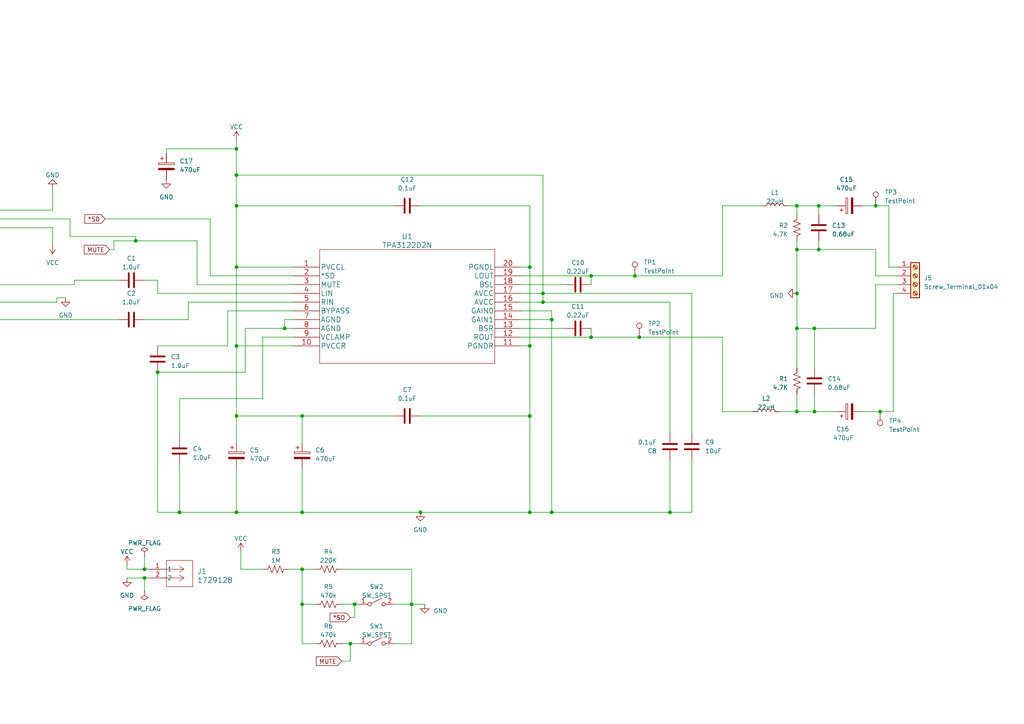
<source format=kicad_sch>
(kicad_sch (version 20230121) (generator eeschema)
  (paper "A4")
  (lib_symbols
    (symbol "2023-02-27_21-08-30:TPA3122D2N" (pin_names (offset 0.254))
      (property "Reference" "U1" (at 33.02 8.89 0))
      (property "Value" "TPA3122D2N" (at 33.02 6.35 0))
      (symbol "TPA3122D2N_1_1"
        (polyline (pts (xy 7.62 -27.94) (xy 58.42 -27.94)) (stroke (width 0.127)))
        (polyline (pts (xy 7.62 5.08) (xy 7.62 -27.94)) (stroke (width 0.127)))
        (polyline (pts (xy 58.42 -27.94) (xy 58.42 5.08)) (stroke (width 0.127)))
        (polyline (pts (xy 58.42 5.08) (xy 7.62 5.08)) (stroke (width 0.127)))
        (pin power_in line (at 0 0 0) (length 7.62) (name "PVCCL") (number "1"))
        (pin power_in line (at 0 -22.86 0) (length 7.62) (name "PVCCR") (number "10"))
        (pin power_in line (at 66.04 -22.86 180) (length 7.62) (name "PGNDR") (number "11"))
        (pin output line (at 66.04 -20.32 180) (length 7.62) (name "ROUT") (number "12"))
        (pin bidirectional line (at 66.04 -17.78 180) (length 7.62) (name "BSR") (number "13"))
        (pin input line (at 66.04 -15.24 180) (length 7.62) (name "GAIN1") (number "14"))
        (pin input line (at 66.04 -12.7 180) (length 7.62) (name "GAIN0") (number "15"))
        (pin power_in line (at 66.04 -10.16 180) (length 7.62) (name "AVCC") (number "16"))
        (pin power_in line (at 66.04 -7.62 180) (length 7.62) (name "AVCC") (number "17"))
        (pin bidirectional line (at 66.04 -5.08 180) (length 7.62) (name "BSL") (number "18"))
        (pin output line (at 66.04 -2.54 180) (length 7.62) (name "LOUT") (number "19"))
        (pin input line (at 0 -2.54 0) (length 7.62) (name "*SD") (number "2"))
        (pin power_in line (at 66.04 0 180) (length 7.62) (name "PGNDL") (number "20"))
        (pin input line (at 0 -5.08 0) (length 7.62) (name "MUTE") (number "3"))
        (pin input line (at 0 -7.62 0) (length 7.62) (name "LIN") (number "4"))
        (pin input line (at 0 -10.16 0) (length 7.62) (name "RIN") (number "5"))
        (pin output line (at 0 -12.7 0) (length 7.62) (name "BYPASS") (number "6"))
        (pin power_in line (at 0 -15.24 0) (length 7.62) (name "AGND") (number "7"))
        (pin power_in line (at 0 -17.78 0) (length 7.62) (name "AGND") (number "8"))
        (pin power_in line (at 0 -20.32 0) (length 7.62) (name "VCLAMP") (number "9"))
      )
    )
    (symbol "2023-02-28_14-01-57:1729128" (pin_names (offset 0.254))
      (property "Reference" "J" (at 8.89 6.35 0))
      (property "Value" "1729128" (at 0 0 0))
      (symbol "1729128_1_1"
        (polyline (pts (xy 5.08 -5.08) (xy 12.7 -5.08)) (stroke (width 0.127)))
        (polyline (pts (xy 5.08 2.54) (xy 5.08 -5.08)) (stroke (width 0.127)))
        (polyline (pts (xy 10.16 -2.54) (xy 5.08 -2.54)) (stroke (width 0.127)))
        (polyline (pts (xy 10.16 -2.54) (xy 8.89 -3.3867)) (stroke (width 0.127)))
        (polyline (pts (xy 10.16 -2.54) (xy 8.89 -1.6933)) (stroke (width 0.127)))
        (polyline (pts (xy 10.16 0) (xy 5.08 0)) (stroke (width 0.127)))
        (polyline (pts (xy 10.16 0) (xy 8.89 -0.8467)) (stroke (width 0.127)))
        (polyline (pts (xy 10.16 0) (xy 8.89 0.8467)) (stroke (width 0.127)))
        (polyline (pts (xy 12.7 -5.08) (xy 12.7 2.54)) (stroke (width 0.127)))
        (polyline (pts (xy 12.7 2.54) (xy 5.08 2.54)) (stroke (width 0.127)))
        (pin unspecified line (at 0 0 0) (length 5.08) (name "1") (number "1"))
        (pin unspecified line (at 0 -2.54 0) (length 5.08) (name "2") (number "2"))
      )
      (symbol "1729128_1_2"
        (polyline (pts (xy 5.08 -5.08) (xy 12.7 -5.08)) (stroke (width 0.127)))
        (polyline (pts (xy 5.08 2.54) (xy 5.08 -5.08)) (stroke (width 0.127)))
        (polyline (pts (xy 7.62 -2.54) (xy 5.08 -2.54)) (stroke (width 0.127)))
        (polyline (pts (xy 7.62 -2.54) (xy 8.89 -3.3867)) (stroke (width 0.127)))
        (polyline (pts (xy 7.62 -2.54) (xy 8.89 -1.6933)) (stroke (width 0.127)))
        (polyline (pts (xy 7.62 0) (xy 5.08 0)) (stroke (width 0.127)))
        (polyline (pts (xy 7.62 0) (xy 8.89 -0.8467)) (stroke (width 0.127)))
        (polyline (pts (xy 7.62 0) (xy 8.89 0.8467)) (stroke (width 0.127)))
        (polyline (pts (xy 12.7 -5.08) (xy 12.7 2.54)) (stroke (width 0.127)))
        (polyline (pts (xy 12.7 2.54) (xy 5.08 2.54)) (stroke (width 0.127)))
        (pin unspecified line (at 0 0 0) (length 5.08) (name "1") (number "1"))
        (pin unspecified line (at 0 -2.54 0) (length 5.08) (name "2") (number "2"))
      )
    )
    (symbol "Connector:Screw_Terminal_01x04" (pin_names (offset 1.016) hide)
      (property "Reference" "J" (at 0 5.08 0))
      (property "Value" "Screw_Terminal_01x04" (at 0 -7.62 0))
      (symbol "Screw_Terminal_01x04_1_1"
        (rectangle (start -1.27 3.81) (end 1.27 -6.35) (stroke (width 0.254)) (fill (type background)))
        (circle (center 0 -5.08) (radius 0.635) (stroke (width 0.1524)))
        (circle (center 0 -2.54) (radius 0.635) (stroke (width 0.1524)))
        (polyline (pts (xy -0.5334 -4.7498) (xy 0.3302 -5.588)) (stroke (width 0.1524)))
        (polyline (pts (xy -0.5334 -2.2098) (xy 0.3302 -3.048)) (stroke (width 0.1524)))
        (polyline (pts (xy -0.5334 0.3302) (xy 0.3302 -0.508)) (stroke (width 0.1524)))
        (polyline (pts (xy -0.5334 2.8702) (xy 0.3302 2.032)) (stroke (width 0.1524)))
        (polyline (pts (xy -0.3556 -4.572) (xy 0.508 -5.4102)) (stroke (width 0.1524)))
        (polyline (pts (xy -0.3556 -2.032) (xy 0.508 -2.8702)) (stroke (width 0.1524)))
        (polyline (pts (xy -0.3556 0.508) (xy 0.508 -0.3302)) (stroke (width 0.1524)))
        (polyline (pts (xy -0.3556 3.048) (xy 0.508 2.2098)) (stroke (width 0.1524)))
        (circle (center 0 0) (radius 0.635) (stroke (width 0.1524)))
        (circle (center 0 2.54) (radius 0.635) (stroke (width 0.1524)))
        (pin passive line (at -5.08 2.54 0) (length 3.81) (name "Pin_1") (number "1"))
        (pin passive line (at -5.08 0 0) (length 3.81) (name "Pin_2") (number "2"))
        (pin passive line (at -5.08 -2.54 0) (length 3.81) (name "Pin_3") (number "3"))
        (pin passive line (at -5.08 -5.08 0) (length 3.81) (name "Pin_4") (number "4"))
      )
    )
    (symbol "Connector:TestPoint" (pin_numbers hide) (pin_names (offset 0.762) hide)
      (property "Reference" "TP" (at 0 6.858 0))
      (property "Value" "TestPoint" (at 0 5.08 0))
      (symbol "TestPoint_0_1"
        (circle (center 0 3.302) (radius 0.762))
      )
      (symbol "TestPoint_1_1"
        (pin passive line (at 0 0 90) (length 2.54) (name "1") (number "1"))
      )
    )
    (symbol "Device:C" (pin_numbers hide) (pin_names (offset 0.254))
      (property "Reference" "C" (at 0.635 2.54 0))
      (property "Value" "C" (at 0.635 -2.54 0))
      (symbol "C_0_1"
        (polyline (pts (xy -2.032 -0.762) (xy 2.032 -0.762)) (stroke (width 0.508)))
        (polyline (pts (xy -2.032 0.762) (xy 2.032 0.762)) (stroke (width 0.508)))
      )
      (symbol "C_1_1"
        (pin passive line (at 0 3.81 270) (length 2.794) (name "~") (number "1"))
        (pin passive line (at 0 -3.81 90) (length 2.794) (name "~") (number "2"))
      )
    )
    (symbol "Device:C_Polarized" (pin_numbers hide) (pin_names (offset 0.254))
      (property "Reference" "C" (at 0.635 2.54 0))
      (property "Value" "C_Polarized" (at 0.635 -2.54 0))
      (symbol "C_Polarized_0_1"
        (rectangle (start -2.286 0.508) (end 2.286 1.016))
        (polyline (pts (xy -1.778 2.286) (xy -0.762 2.286)))
        (polyline (pts (xy -1.27 2.794) (xy -1.27 1.778)))
        (rectangle (start 2.286 -0.508) (end -2.286 -1.016) (fill (type outline)))
      )
      (symbol "C_Polarized_1_1"
        (pin passive line (at 0 3.81 270) (length 2.794) (name "~") (number "1"))
        (pin passive line (at 0 -3.81 90) (length 2.794) (name "~") (number "2"))
      )
    )
    (symbol "Device:L" (pin_numbers hide) (pin_names (offset 1.016) hide)
      (property "Reference" "L" (at -1.27 0 90))
      (property "Value" "L" (at 1.905 0 90))
      (symbol "L_0_1"
        (arc (start 0 -2.54) (mid 0.6323 -1.905) (end 0 -1.27))
        (arc (start 0 -1.27) (mid 0.6323 -0.635) (end 0 0))
        (arc (start 0 0) (mid 0.6323 0.635) (end 0 1.27))
        (arc (start 0 1.27) (mid 0.6323 1.905) (end 0 2.54))
      )
      (symbol "L_1_1"
        (pin passive line (at 0 3.81 270) (length 1.27) (name "1") (number "1"))
        (pin passive line (at 0 -3.81 90) (length 1.27) (name "2") (number "2"))
      )
    )
    (symbol "Device:R_US" (pin_numbers hide) (pin_names (offset 0))
      (property "Reference" "R" (at 2.54 0 90))
      (property "Value" "R_US" (at -2.54 0 90))
      (symbol "R_US_0_1"
        (polyline (pts (xy 0 -2.286) (xy 0 -2.54)))
        (polyline (pts (xy 0 2.286) (xy 0 2.54)))
        (polyline (pts (xy 0 -0.762) (xy 1.016 -1.143) (xy 0 -1.524) (xy -1.016 -1.905) (xy 0 -2.286)))
        (polyline (pts (xy 0 0.762) (xy 1.016 0.381) (xy 0 0) (xy -1.016 -0.381) (xy 0 -0.762)))
        (polyline (pts (xy 0 2.286) (xy 1.016 1.905) (xy 0 1.524) (xy -1.016 1.143) (xy 0 0.762)))
      )
      (symbol "R_US_1_1"
        (pin passive line (at 0 3.81 270) (length 1.27) (name "~") (number "1"))
        (pin passive line (at 0 -3.81 90) (length 1.27) (name "~") (number "2"))
      )
    )
    (symbol "PDB182-K420K-104C:PDB182-K420K-104C" (pin_names (offset 0.762))
      (property "Reference" "VR" (at 19.05 7.62 0))
      (property "Value" "PDB182-K420K-104C" (at 19.05 5.08 0))
      (symbol "PDB182-K420K-104C_0_0"
        (pin passive line (at 22.86 -5.08 180) (length 5.08) (name "A1") (number "A1"))
        (pin passive line (at 22.86 -2.54 180) (length 5.08) (name "A2") (number "A2"))
        (pin passive line (at 22.86 0 180) (length 5.08) (name "A3") (number "A3"))
        (pin passive line (at 0 -5.08 0) (length 5.08) (name "B1") (number "B1"))
        (pin passive line (at 0 -2.54 0) (length 5.08) (name "B2") (number "B2"))
        (pin passive line (at 0 0 0) (length 5.08) (name "B3") (number "B3"))
      )
      (symbol "PDB182-K420K-104C_0_1"
        (polyline (pts (xy 5.08 2.54) (xy 17.78 2.54) (xy 17.78 -7.62) (xy 5.08 -7.62) (xy 5.08 2.54)) (stroke (width 0.1524)))
      )
    )
    (symbol "RCJ-2223:RCJ-2223" (pin_names (offset 1.016))
      (property "Reference" "U" (at 0 0 0))
      (property "Value" "RCJ-2223" (at 0 0 0))
      (symbol "RCJ-2223_0_0"
        (rectangle (start -25.4 -2.1492) (end -15.24 20.7108) (stroke (width 0.254)) (fill (type background)))
        (circle (center -20.32 5.08) (radius 3.5921) (stroke (width 0.254)))
        (circle (center -20.32 15.24) (radius 3.5921) (stroke (width 0.254)))
        (polyline (pts (xy -20.32 5.08) (xy -7.62 5.08)) (stroke (width 0.254)))
        (polyline (pts (xy -20.32 7.62) (xy -20.32 10.16)) (stroke (width 0.254)))
        (polyline (pts (xy -20.32 10.16) (xy -7.62 10.16)) (stroke (width 0.254)))
        (polyline (pts (xy -20.32 12.7) (xy -20.32 10.16)) (stroke (width 0.254)))
        (polyline (pts (xy -20.32 15.24) (xy -7.62 15.24)) (stroke (width 0.254)))
        (pin bidirectional line (at -2.54 10.16 180) (length 5.08) (name "GND") (number "P$1"))
        (pin bidirectional line (at -2.54 5.08 180) (length 5.08) (name "BTM") (number "P$2"))
        (pin bidirectional line (at -2.54 15.24 180) (length 5.08) (name "TOP") (number "P$3"))
      )
    )
    (symbol "Switch:SW_SPST" (pin_names (offset 0) hide)
      (property "Reference" "SW" (at 0 3.175 0))
      (property "Value" "SW_SPST" (at 0 -2.54 0))
      (symbol "SW_SPST_0_0"
        (circle (center -2.032 0) (radius 0.508))
        (polyline (pts (xy -1.524 0.254) (xy 1.524 1.778)))
        (circle (center 2.032 0) (radius 0.508))
      )
      (symbol "SW_SPST_1_1"
        (pin passive line (at -5.08 0 0) (length 2.54) (name "A") (number "1"))
        (pin passive line (at 5.08 0 180) (length 2.54) (name "B") (number "2"))
      )
    )
    (symbol "power:GND" (power) (pin_names (offset 0))
      (property "Value" "GND" (at 0 -3.81 0))
      (symbol "GND_0_1"
        (polyline (pts (xy 0 0) (xy 0 -1.27) (xy 1.27 -1.27) (xy 0 -2.54) (xy -1.27 -1.27) (xy 0 -1.27)))
      )
      (symbol "GND_1_1"
        (pin power_in line (at 0 0 270) (length 0) hide (name "GND") (number "1"))
      )
    )
    (symbol "power:PWR_FLAG" (power) (pin_numbers hide) (pin_names (offset 0) hide)
      (property "Value" "PWR_FLAG" (at 0 3.81 0))
      (symbol "PWR_FLAG_0_0"
        (pin power_out line (at 0 0 90) (length 0) (name "pwr") (number "1"))
      )
      (symbol "PWR_FLAG_0_1"
        (polyline (pts (xy 0 0) (xy 0 1.27) (xy -1.016 1.905) (xy 0 2.54) (xy 1.016 1.905) (xy 0 1.27)))
      )
    )
    (symbol "power:VCC" (power) (pin_names (offset 0))
      (property "Value" "VCC" (at 0 3.81 0))
      (symbol "VCC_0_1"
        (polyline (pts (xy -0.762 1.27) (xy 0 2.54)))
        (polyline (pts (xy 0 0) (xy 0 2.54)))
        (polyline (pts (xy 0 2.54) (xy 0.762 1.27)))
      )
      (symbol "VCC_1_1"
        (pin power_in line (at 0 0 90) (length 0) hide (name "VCC") (number "1"))
      )
    )
  )
  (junction (at 68.58 59.69))
  (junction (at 254 59.69))
  (junction (at 236.22 119.38))
  (junction (at 41.91 167.64))
  (junction (at 171.45 80.01))
  (junction (at 45.72 107.95))
  (junction (at 231.14 59.69))
  (junction (at 171.45 97.79))
  (junction (at 87.63 165.1))
  (junction (at 231.14 85.09))
  (junction (at 68.58 120.65))
  (junction (at 157.48 87.63))
  (junction (at 101.6 186.69))
  (junction (at 255.27 119.38))
  (junction (at 160.02 92.71))
  (junction (at 41.91 165.1))
  (junction (at 237.49 59.69))
  (junction (at 185.42 97.79))
  (junction (at 87.63 120.65))
  (junction (at 87.63 148.59))
  (junction (at 68.58 100.33))
  (junction (at 121.92 148.59))
  (junction (at 160.02 148.59))
  (junction (at 231.14 95.25))
  (junction (at 52.07 148.59))
  (junction (at 119.38 175.26))
  (junction (at 237.49 72.39))
  (junction (at 102.87 175.26))
  (junction (at 184.15 80.01))
  (junction (at 87.63 175.26))
  (junction (at 231.14 72.39))
  (junction (at 153.67 148.59))
  (junction (at 82.55 95.25))
  (junction (at 39.37 69.85))
  (junction (at 68.58 77.47))
  (junction (at 153.67 100.33))
  (junction (at 157.48 85.09))
  (junction (at 194.31 148.59))
  (junction (at 153.67 120.65))
  (junction (at 153.67 77.47))
  (junction (at 236.22 95.25))
  (junction (at 231.14 119.38))
  (junction (at 68.58 50.8))
  (junction (at 68.58 148.59))
  (junction (at 68.58 43.18))
  (wire (pts (xy -5.08 66.04) (xy 15.24 66.04)))
  (wire (pts (xy 228.6 59.69) (xy 231.14 59.69)))
  (wire (pts (xy 36.83 167.64) (xy 41.91 167.64)))
  (wire (pts (xy 119.38 175.26) (xy 123.19 175.26)))
  (wire (pts (xy 76.2 97.79) (xy 76.2 115.57)))
  (wire (pts (xy 52.07 148.59) (xy 68.58 148.59)))
  (wire (pts (xy 76.2 115.57) (xy 52.07 115.57)))
  (wire (pts (xy 68.58 100.33) (xy 68.58 120.65)))
  (wire (pts (xy 157.48 85.09) (xy 157.48 50.8)))
  (wire (pts (xy 209.55 97.79) (xy 209.55 119.38)))
  (wire (pts (xy 87.63 175.26) (xy 91.44 175.26)))
  (wire (pts (xy 160.02 90.17) (xy 160.02 92.71)))
  (wire (pts (xy 33.02 69.85) (xy 39.37 69.85)))
  (wire (pts (xy 87.63 148.59) (xy 121.92 148.59)))
  (wire (pts (xy 153.67 77.47) (xy 153.67 100.33)))
  (wire (pts (xy 68.58 59.69) (xy 68.58 77.47)))
  (wire (pts (xy 69.85 165.1) (xy 76.2 165.1)))
  (wire (pts (xy 254 82.55) (xy 254 95.25)))
  (wire (pts (xy 151.13 77.47) (xy 153.67 77.47)))
  (wire (pts (xy 157.48 50.8) (xy 68.58 50.8)))
  (wire (pts (xy 231.14 62.23) (xy 231.14 59.69)))
  (wire (pts (xy 45.72 85.09) (xy 45.72 81.28)))
  (wire (pts (xy 231.14 114.3) (xy 231.14 119.38)))
  (wire (pts (xy 119.38 165.1) (xy 119.38 175.26)))
  (wire (pts (xy 66.04 90.17) (xy 66.04 100.33)))
  (wire (pts (xy 45.72 148.59) (xy 52.07 148.59)))
  (wire (pts (xy 41.91 167.64) (xy 41.91 171.45)))
  (wire (pts (xy 68.58 59.69) (xy 114.3 59.69)))
  (wire (pts (xy 254 72.39) (xy 254 80.01)))
  (wire (pts (xy 68.58 148.59) (xy 87.63 148.59)))
  (wire (pts (xy 121.92 120.65) (xy 153.67 120.65)))
  (wire (pts (xy 82.55 92.71) (xy 82.55 95.25)))
  (wire (pts (xy 236.22 114.3) (xy 236.22 119.38)))
  (wire (pts (xy 260.35 82.55) (xy 254 82.55)))
  (wire (pts (xy 151.13 95.25) (xy 163.83 95.25)))
  (wire (pts (xy 57.15 82.55) (xy 57.15 69.85)))
  (wire (pts (xy 257.81 59.69) (xy 257.81 77.47)))
  (wire (pts (xy 157.48 85.09) (xy 157.48 87.63)))
  (wire (pts (xy 87.63 165.1) (xy 87.63 175.26)))
  (wire (pts (xy 21.59 82.55) (xy 21.59 81.28)))
  (wire (pts (xy 151.13 97.79) (xy 171.45 97.79)))
  (wire (pts (xy 33.02 72.39) (xy 31.75 72.39)))
  (wire (pts (xy 87.63 120.65) (xy 68.58 120.65)))
  (wire (pts (xy 45.72 100.33) (xy 66.04 100.33)))
  (wire (pts (xy 231.14 72.39) (xy 237.49 72.39)))
  (wire (pts (xy 171.45 97.79) (xy 171.45 95.25)))
  (wire (pts (xy 237.49 59.69) (xy 237.49 62.23)))
  (wire (pts (xy 66.04 90.17) (xy 85.09 90.17)))
  (wire (pts (xy 68.58 135.89) (xy 68.58 148.59)))
  (wire (pts (xy 54.61 87.63) (xy 54.61 92.71)))
  (wire (pts (xy 48.26 43.18) (xy 48.26 44.45)))
  (wire (pts (xy 121.92 148.59) (xy 153.67 148.59)))
  (wire (pts (xy 237.49 72.39) (xy 237.49 69.85)))
  (wire (pts (xy 236.22 106.68) (xy 236.22 95.25)))
  (wire (pts (xy 153.67 120.65) (xy 153.67 148.59)))
  (wire (pts (xy 236.22 119.38) (xy 242.57 119.38)))
  (wire (pts (xy 171.45 80.01) (xy 171.45 82.55)))
  (wire (pts (xy 33.02 69.85) (xy 33.02 72.39)))
  (wire (pts (xy 45.72 107.95) (xy 45.72 148.59)))
  (wire (pts (xy 71.12 95.25) (xy 71.12 107.95)))
  (wire (pts (xy 254 95.25) (xy 236.22 95.25)))
  (wire (pts (xy 45.72 81.28) (xy 41.91 81.28)))
  (wire (pts (xy 69.85 160.02) (xy 69.85 165.1)))
  (wire (pts (xy 151.13 80.01) (xy 171.45 80.01)))
  (wire (pts (xy 102.87 179.07) (xy 102.87 175.26)))
  (wire (pts (xy 231.14 95.25) (xy 231.14 106.68)))
  (wire (pts (xy 157.48 87.63) (xy 194.31 87.63)))
  (wire (pts (xy 68.58 50.8) (xy 68.58 59.69)))
  (wire (pts (xy 194.31 87.63) (xy 194.31 125.73)))
  (wire (pts (xy 231.14 59.69) (xy 237.49 59.69)))
  (wire (pts (xy 102.87 175.26) (xy 104.14 175.26)))
  (wire (pts (xy 87.63 165.1) (xy 91.44 165.1)))
  (wire (pts (xy 231.14 119.38) (xy 236.22 119.38)))
  (wire (pts (xy 151.13 100.33) (xy 153.67 100.33)))
  (wire (pts (xy 101.6 191.77) (xy 101.6 186.69)))
  (wire (pts (xy 259.08 119.38) (xy 259.08 85.09)))
  (wire (pts (xy 87.63 175.26) (xy 87.63 186.69)))
  (wire (pts (xy 160.02 92.71) (xy 160.02 148.59)))
  (wire (pts (xy 119.38 175.26) (xy 119.38 186.69)))
  (wire (pts (xy 194.31 148.59) (xy 200.66 148.59)))
  (wire (pts (xy 194.31 133.35) (xy 194.31 148.59)))
  (wire (pts (xy 209.55 59.69) (xy 220.98 59.69)))
  (wire (pts (xy 209.55 119.38) (xy 218.44 119.38)))
  (wire (pts (xy 85.09 100.33) (xy 68.58 100.33)))
  (wire (pts (xy 171.45 80.01) (xy 184.15 80.01)))
  (wire (pts (xy 15.24 54.61) (xy 15.24 60.96)))
  (wire (pts (xy 157.48 85.09) (xy 200.66 85.09)))
  (wire (pts (xy 85.09 82.55) (xy 57.15 82.55)))
  (wire (pts (xy 231.14 95.25) (xy 236.22 95.25)))
  (wire (pts (xy 87.63 186.69) (xy 91.44 186.69)))
  (wire (pts (xy 254 59.69) (xy 257.81 59.69)))
  (wire (pts (xy 82.55 95.25) (xy 71.12 95.25)))
  (wire (pts (xy 250.19 119.38) (xy 255.27 119.38)))
  (wire (pts (xy 83.82 165.1) (xy 87.63 165.1)))
  (wire (pts (xy -5.08 60.96) (xy 15.24 60.96)))
  (wire (pts (xy -2.54 92.71) (xy 34.29 92.71)))
  (wire (pts (xy 68.58 43.18) (xy 68.58 50.8)))
  (wire (pts (xy 114.3 120.65) (xy 87.63 120.65)))
  (wire (pts (xy 151.13 82.55) (xy 163.83 82.55)))
  (wire (pts (xy 82.55 95.25) (xy 85.09 95.25)))
  (wire (pts (xy 151.13 92.71) (xy 160.02 92.71)))
  (wire (pts (xy 200.66 133.35) (xy 200.66 148.59)))
  (wire (pts (xy 85.09 80.01) (xy 60.96 80.01)))
  (wire (pts (xy 99.06 186.69) (xy 101.6 186.69)))
  (wire (pts (xy 200.66 85.09) (xy 200.66 125.73)))
  (wire (pts (xy 171.45 97.79) (xy 185.42 97.79)))
  (wire (pts (xy 255.27 119.38) (xy 259.08 119.38)))
  (wire (pts (xy 36.83 165.1) (xy 41.91 165.1)))
  (wire (pts (xy 101.6 179.07) (xy 102.87 179.07)))
  (wire (pts (xy 71.12 107.95) (xy 45.72 107.95)))
  (wire (pts (xy 226.06 119.38) (xy 231.14 119.38)))
  (wire (pts (xy 231.14 72.39) (xy 231.14 85.09)))
  (wire (pts (xy 15.24 66.04) (xy 15.24 71.12)))
  (wire (pts (xy 68.58 120.65) (xy 68.58 128.27)))
  (wire (pts (xy 68.58 43.18) (xy 48.26 43.18)))
  (wire (pts (xy -5.08 63.5) (xy 20.32 63.5)))
  (wire (pts (xy 160.02 148.59) (xy 194.31 148.59)))
  (wire (pts (xy 20.32 68.58) (xy 39.37 68.58)))
  (wire (pts (xy 237.49 59.69) (xy 242.57 59.69)))
  (wire (pts (xy 153.67 59.69) (xy 153.67 77.47)))
  (wire (pts (xy 41.91 167.64) (xy 43.18 167.64)))
  (wire (pts (xy 45.72 85.09) (xy 85.09 85.09)))
  (wire (pts (xy 41.91 161.29) (xy 41.91 165.1)))
  (wire (pts (xy 114.3 186.69) (xy 119.38 186.69)))
  (wire (pts (xy 60.96 63.5) (xy 60.96 80.01)))
  (wire (pts (xy 184.15 80.01) (xy 209.55 80.01)))
  (wire (pts (xy 21.59 81.28) (xy 34.29 81.28)))
  (wire (pts (xy 36.83 163.83) (xy 36.83 165.1)))
  (wire (pts (xy 101.6 186.69) (xy 104.14 186.69)))
  (wire (pts (xy 121.92 59.69) (xy 153.67 59.69)))
  (wire (pts (xy 87.63 135.89) (xy 87.63 148.59)))
  (wire (pts (xy 87.63 120.65) (xy 87.63 128.27)))
  (wire (pts (xy 151.13 90.17) (xy 160.02 90.17)))
  (wire (pts (xy 99.06 165.1) (xy 119.38 165.1)))
  (wire (pts (xy 151.13 85.09) (xy 157.48 85.09)))
  (wire (pts (xy 231.14 69.85) (xy 231.14 72.39)))
  (wire (pts (xy 231.14 85.09) (xy 231.14 95.25)))
  (wire (pts (xy 54.61 87.63) (xy 85.09 87.63)))
  (wire (pts (xy 259.08 85.09) (xy 260.35 85.09)))
  (wire (pts (xy 99.06 191.77) (xy 101.6 191.77)))
  (wire (pts (xy 41.91 92.71) (xy 54.61 92.71)))
  (wire (pts (xy 185.42 97.79) (xy 209.55 97.79)))
  (wire (pts (xy 39.37 69.85) (xy 57.15 69.85)))
  (wire (pts (xy 254 80.01) (xy 260.35 80.01)))
  (wire (pts (xy 39.37 68.58) (xy 39.37 69.85)))
  (wire (pts (xy 99.06 175.26) (xy 102.87 175.26)))
  (wire (pts (xy 114.3 175.26) (xy 119.38 175.26)))
  (wire (pts (xy 68.58 40.64) (xy 68.58 43.18)))
  (wire (pts (xy 41.91 165.1) (xy 43.18 165.1)))
  (wire (pts (xy 209.55 80.01) (xy 209.55 59.69)))
  (wire (pts (xy 153.67 148.59) (xy 160.02 148.59)))
  (wire (pts (xy 16.51 86.36) (xy 19.05 86.36)))
  (wire (pts (xy 68.58 77.47) (xy 68.58 100.33)))
  (wire (pts (xy 85.09 92.71) (xy 82.55 92.71)))
  (wire (pts (xy 76.2 97.79) (xy 85.09 97.79)))
  (wire (pts (xy 30.48 63.5) (xy 60.96 63.5)))
  (wire (pts (xy 257.81 77.47) (xy 260.35 77.47)))
  (wire (pts (xy 20.32 63.5) (xy 20.32 68.58)))
  (wire (pts (xy 68.58 77.47) (xy 85.09 77.47)))
  (wire (pts (xy -2.54 87.63) (xy 16.51 87.63)))
  (wire (pts (xy 16.51 87.63) (xy 16.51 86.36)))
  (wire (pts (xy -2.54 82.55) (xy 21.59 82.55)))
  (wire (pts (xy 52.07 134.62) (xy 52.07 148.59)))
  (wire (pts (xy 250.19 59.69) (xy 254 59.69)))
  (wire (pts (xy 237.49 72.39) (xy 254 72.39)))
  (wire (pts (xy 151.13 87.63) (xy 157.48 87.63)))
  (wire (pts (xy 153.67 100.33) (xy 153.67 120.65)))
  (wire (pts (xy 52.07 115.57) (xy 52.07 127)))
  (global_label "*SD" (shape input) (at 101.6 179.07 180) (property "Intersheetrefs" "${INTERSHEET_REFS}" (effects hide)))
  (global_label "MUTE" (shape input) (at 99.06 191.77 180) (property "Intersheetrefs" "${INTERSHEET_REFS}" (effects hide)))
  (global_label "MUTE" (shape input) (at 31.75 72.39 180) (property "Intersheetrefs" "${INTERSHEET_REFS}" (effects hide)))
  (global_label "*SD" (shape input) (at 30.48 63.5 180) (property "Intersheetrefs" "${INTERSHEET_REFS}" (effects hide)))
  (symbol (lib_id "Device:C") (at 38.1 81.28 90) (unit 1)
    (property "Reference" "C1" (at 38.1 74.93 90))
    (property "Value" "1.0uF" (at 38.1 77.47 90))
    (property "Footprint" "Capacitor_THT:CP_Axial_L10.0mm_D4.5mm_P15.00mm_Horizontal" (effects hide))
  )
  (symbol (lib_id "Device:L") (at 222.25 119.38 90) (unit 1)
    (property "Reference" "L2" (at 222.25 115.57 90))
    (property "Value" "22uH" (at 222.25 118.11 90))
    (property "Footprint" "Inductor_THT:L_Axial_L16.0mm_D6.3mm_P20.32mm_Horizontal_Fastron_VHBCC" (effects hide))
  )
  (symbol (lib_id "Device:C") (at 167.64 95.25 90) (unit 1)
    (property "Reference" "C11" (at 167.64 88.9 90))
    (property "Value" "0.22uF" (at 167.64 91.44 90))
    (property "Footprint" "Capacitor_THT:CP_Axial_L10.0mm_D4.5mm_P15.00mm_Horizontal" (effects hide))
  )
  (symbol (lib_id "Device:C_Polarized") (at 48.26 48.26 0) (unit 1)
    (property "Reference" "C17" (at 52.07 46.736 0) (effects (justify left)))
    (property "Value" "470uF" (at 52.07 49.276 0) (effects (justify left)))
    (property "Footprint" "Capacitor_THT:CP_Radial_D7.5mm_P2.50mm" (effects hide))
  )
  (symbol (lib_id "Device:C") (at 200.66 129.54 0) (unit 1)
    (property "Reference" "C9" (at 204.47 128.2699 0) (effects (justify left)))
    (property "Value" "10uF" (at 204.47 130.8099 0) (effects (justify left)))
    (property "Footprint" "Capacitor_THT:CP_Axial_L10.0mm_D4.5mm_P15.00mm_Horizontal" (effects hide))
  )
  (symbol (lib_id "Device:C") (at 167.64 82.55 90) (unit 1)
    (property "Reference" "C10" (at 167.64 76.2 90))
    (property "Value" "0.22uF" (at 167.64 78.74 90))
    (property "Footprint" "Capacitor_THT:CP_Axial_L10.0mm_D4.5mm_P15.00mm_Horizontal" (effects hide))
  )
  (symbol (lib_id "Device:C_Polarized") (at 87.63 132.08 0) (unit 1)
    (property "Reference" "C6" (at 91.44 130.556 0) (effects (justify left)))
    (property "Value" "470uF" (at 91.44 133.096 0) (effects (justify left)))
    (property "Footprint" "Capacitor_THT:CP_Radial_D7.5mm_P2.50mm" (effects hide))
  )
  (symbol (lib_id "Device:C") (at 52.07 130.81 0) (unit 1)
    (property "Reference" "C4" (at 55.88 130.175 0) (effects (justify left)))
    (property "Value" "1.0uF" (at 55.88 132.715 0) (effects (justify left)))
    (property "Footprint" "Capacitor_THT:CP_Axial_L10.0mm_D4.5mm_P15.00mm_Horizontal" (effects hide))
  )
  (symbol (lib_id "Switch:SW_SPST") (at 109.22 175.26 0) (unit 1)
    (property "Reference" "SW2" (at 109.22 170.18 0))
    (property "Value" "SW_SPST" (at 109.22 172.72 0))
    (property "Footprint" "Button_Switch_THT:SW_DIP_SPSTx01_Slide_9.78x4.72mm_W7.62mm_P2.54mm" (effects hide))
  )
  (symbol (lib_id "power:GND") (at 48.26 52.07 0) (unit 1)
    (property "Reference" "#PWR06" (effects hide))
    (property "Value" "GND" (at 48.26 57.15 0))
  )
  (symbol (lib_id "power:VCC") (at 36.83 163.83 0) (unit 1)
    (property "Reference" "#PWR05" (effects hide))
    (property "Value" "VCC" (at 36.83 160.02 0))
  )
  (symbol (lib_id "Device:R_US") (at 231.14 66.04 0) (mirror y) (unit 1)
    (property "Reference" "R2" (at 228.6 65.405 0) (effects (justify left)))
    (property "Value" "4.7K" (at 228.6 67.945 0) (effects (justify left)))
    (property "Footprint" "Resistor_THT:R_Axial_DIN0207_L6.3mm_D2.5mm_P10.16mm_Horizontal" (effects hide))
  )
  (symbol (lib_id "Device:C") (at 236.22 110.49 180) (unit 1)
    (property "Reference" "C14" (at 240.03 109.855 0) (effects (justify right)))
    (property "Value" "0.68uF" (at 240.03 112.395 0) (effects (justify right)))
    (property "Footprint" "Capacitor_THT:CP_Axial_L10.0mm_D4.5mm_P15.00mm_Horizontal" (effects hide))
  )
  (symbol (lib_id "power:VCC") (at 69.85 160.02 0) (unit 1)
    (property "Reference" "#PWR03" (effects hide))
    (property "Value" "VCC" (at 69.85 156.21 0))
  )
  (symbol (lib_id "power:GND") (at 231.14 85.09 270) (unit 1)
    (property "Reference" "#PWR02" (effects hide))
    (property "Value" "GND" (at 227.33 85.725 90) (effects (justify right)))
  )
  (symbol (lib_id "power:GND") (at 15.24 54.61 180) (unit 1)
    (property "Reference" "#PWR011" (effects hide))
    (property "Value" "GND" (at 15.24 50.8 0))
  )
  (symbol (lib_id "Device:C_Polarized") (at 246.38 59.69 90) (unit 1)
    (property "Reference" "C15" (at 245.491 52.07 90))
    (property "Value" "470uF" (at 245.491 54.61 90))
    (property "Footprint" "Capacitor_THT:CP_Radial_D7.5mm_P2.50mm" (effects hide))
  )
  (symbol (lib_id "power:PWR_FLAG") (at 41.91 161.29 0) (unit 1)
    (property "Reference" "#FLG01" (effects hide))
    (property "Value" "PWR_FLAG" (at 41.91 157.48 0))
  )
  (symbol (lib_id "power:GND") (at 36.83 167.64 0) (unit 1)
    (property "Reference" "#PWR09" (effects hide))
    (property "Value" "GND" (at 36.83 172.72 0))
  )
  (symbol (lib_id "Device:C") (at 194.31 129.54 180) (unit 1)
    (property "Reference" "C8" (at 190.5 130.8101 0) (effects (justify left)))
    (property "Value" "0.1uF" (at 190.5 128.2701 0) (effects (justify left)))
    (property "Footprint" "Capacitor_THT:CP_Axial_L10.0mm_D4.5mm_P15.00mm_Horizontal" (effects hide))
  )
  (symbol (lib_id "Device:R_US") (at 95.25 165.1 90) (unit 1)
    (property "Reference" "R4" (at 95.25 160.02 90))
    (property "Value" "220K" (at 95.25 162.56 90))
    (property "Footprint" "Resistor_THT:R_Axial_DIN0207_L6.3mm_D2.5mm_P10.16mm_Horizontal" (effects hide))
  )
  (symbol (lib_id "Device:L") (at 224.79 59.69 90) (unit 1)
    (property "Reference" "L1" (at 224.79 55.88 90))
    (property "Value" "22uH" (at 224.79 58.42 90))
    (property "Footprint" "Inductor_THT:L_Axial_L16.0mm_D6.3mm_P20.32mm_Horizontal_Fastron_VHBCC" (effects hide))
  )
  (symbol (lib_id "Device:C") (at 237.49 66.04 180) (unit 1)
    (property "Reference" "C13" (at 241.3 65.405 0) (effects (justify right)))
    (property "Value" "0.68uF" (at 241.3 67.945 0) (effects (justify right)))
    (property "Footprint" "Capacitor_THT:CP_Axial_L10.0mm_D4.5mm_P15.00mm_Horizontal" (effects hide))
  )
  (symbol (lib_id "power:GND") (at 123.19 175.26 0) (unit 1)
    (property "Reference" "#PWR04" (effects hide))
    (property "Value" "GND" (at 125.73 177.165 0) (effects (justify left)))
  )
  (symbol (lib_id "Device:C") (at 38.1 92.71 90) (unit 1)
    (property "Reference" "C2" (at 38.1 85.09 90))
    (property "Value" "1.0uF" (at 38.1 87.63 90))
    (property "Footprint" "Capacitor_THT:CP_Axial_L10.0mm_D4.5mm_P15.00mm_Horizontal" (effects hide))
  )
  (symbol (lib_id "power:VCC") (at 68.58 40.64 0) (unit 1)
    (property "Reference" "#PWR07" (effects hide))
    (property "Value" "VCC" (at 68.58 36.83 0))
  )
  (symbol (lib_id "Device:C_Polarized") (at 68.58 132.08 0) (unit 1)
    (property "Reference" "C5" (at 72.39 130.556 0) (effects (justify left)))
    (property "Value" "470uF" (at 72.39 133.096 0) (effects (justify left)))
    (property "Footprint" "Capacitor_THT:CP_Radial_D7.5mm_P2.50mm" (effects hide))
  )
  (symbol (lib_id "Connector:TestPoint") (at 184.15 80.01 0) (unit 1)
    (property "Reference" "TP1" (at 186.69 76.073 0) (effects (justify left)))
    (property "Value" "TestPoint" (at 186.69 78.613 0) (effects (justify left)))
    (property "Footprint" "TestPoint:TestPoint_THTPad_2.0x2.0mm_Drill1.0mm" (effects hide))
  )
  (symbol (lib_id "power:GND") (at 19.05 86.36 0) (unit 1)
    (property "Reference" "#PWR08" (effects hide))
    (property "Value" "GND" (at 19.05 91.44 0))
  )
  (symbol (lib_id "Device:R_US") (at 231.14 110.49 0) (mirror y) (unit 1)
    (property "Reference" "R1" (at 228.6 109.855 0) (effects (justify left)))
    (property "Value" "4.7K" (at 228.6 112.395 0) (effects (justify left)))
    (property "Footprint" "Resistor_THT:R_Axial_DIN0207_L6.3mm_D2.5mm_P10.16mm_Horizontal" (effects hide))
  )
  (symbol (lib_id "Device:C") (at 45.72 104.14 180) (unit 1)
    (property "Reference" "C3" (at 49.53 103.505 0) (effects (justify right)))
    (property "Value" "1.0uF" (at 49.53 106.045 0) (effects (justify right)))
    (property "Footprint" "Capacitor_THT:CP_Axial_L10.0mm_D4.5mm_P15.00mm_Horizontal" (effects hide))
  )
  (symbol (lib_id "2023-02-27_21-08-30:TPA3122D2N") (at 85.09 77.47 0) (unit 1)
    (property "Reference" "U1" (at 118.11 68.58 0) (effects (font (size 1.524 1.524))))
    (property "Value" "TPA3122D2N" (at 118.11 71.12 0) (effects (font (size 1.524 1.524))))
    (property "Footprint" "ul_TPA3122D2N:N20" (effects hide))
  )
  (symbol (lib_id "2023-02-28_14-01-57:1729128") (at 43.18 165.1 0) (unit 1)
    (property "Reference" "J1" (at 57.15 165.735 0) (effects (font (size 1.524 1.524)) (justify left)))
    (property "Value" "1729128" (at 57.15 168.275 0) (effects (font (size 1.524 1.524)) (justify left)))
    (property "Footprint" "Terminal_dl:CONN_1729128_PXC" (effects hide))
    (property "Datasheet" "1729128" (effects hide))
  )
  (symbol (lib_id "power:VCC") (at 15.24 71.12 180) (unit 1)
    (property "Reference" "#PWR010" (effects hide))
    (property "Value" "VCC" (at 15.24 76.2 0))
  )
  (symbol (lib_id "Connector:TestPoint") (at 254 59.69 0) (unit 1)
    (property "Reference" "TP3" (at 256.54 55.753 0) (effects (justify left)))
    (property "Value" "TestPoint" (at 256.54 58.293 0) (effects (justify left)))
    (property "Footprint" "TestPoint:TestPoint_THTPad_2.0x2.0mm_Drill1.0mm" (effects hide))
  )
  (symbol (lib_id "Device:C") (at 118.11 59.69 90) (unit 1)
    (property "Reference" "C12" (at 118.11 52.07 90))
    (property "Value" "0.1uF" (at 118.11 54.61 90))
    (property "Footprint" "Capacitor_THT:CP_Axial_L10.0mm_D4.5mm_P15.00mm_Horizontal" (effects hide))
  )
  (symbol (lib_id "Device:C_Polarized") (at 246.38 119.38 90) (unit 1)
    (property "Reference" "C16" (at 246.38 124.46 90) (effects (justify left)))
    (property "Value" "470uF" (at 247.65 127 90) (effects (justify left)))
    (property "Footprint" "Capacitor_THT:CP_Radial_D7.5mm_P2.50mm" (effects hide))
  )
  (symbol (lib_id "power:PWR_FLAG") (at 41.91 171.45 180) (unit 1)
    (property "Reference" "#FLG02" (effects hide))
    (property "Value" "PWR_FLAG" (at 41.91 176.53 0))
  )
  (symbol (lib_id "Switch:SW_SPST") (at 109.22 186.69 0) (unit 1)
    (property "Reference" "SW1" (at 109.22 181.61 0))
    (property "Value" "SW_SPST" (at 109.22 184.15 0))
    (property "Footprint" "Button_Switch_THT:SW_DIP_SPSTx01_Slide_9.78x4.72mm_W7.62mm_P2.54mm" (effects hide))
  )
  (symbol (lib_id "Device:C") (at 118.11 120.65 90) (unit 1)
    (property "Reference" "C7" (at 118.11 113.03 90))
    (property "Value" "0.1uF" (at 118.11 115.57 90))
    (property "Footprint" "Capacitor_THT:CP_Axial_L10.0mm_D4.5mm_P15.00mm_Horizontal" (effects hide))
  )
  (symbol (lib_id "Connector:TestPoint") (at 185.42 97.79 0) (unit 1)
    (property "Reference" "TP2" (at 187.96 93.853 0) (effects (justify left)))
    (property "Value" "TestPoint" (at 187.96 96.393 0) (effects (justify left)))
    (property "Footprint" "TestPoint:TestPoint_THTPad_2.0x2.0mm_Drill1.0mm" (effects hide))
  )
  (symbol (lib_id "power:GND") (at 121.92 148.59 0) (unit 1)
    (property "Reference" "#PWR01" (effects hide))
    (property "Value" "GND" (at 121.92 153.67 0))
  )
  (symbol (lib_id "Device:R_US") (at 95.25 175.26 90) (unit 1)
    (property "Reference" "R5" (at 95.25 170.18 90))
    (property "Value" "470k" (at 95.25 172.72 90))
    (property "Footprint" "Resistor_THT:R_Axial_DIN0207_L6.3mm_D2.5mm_P10.16mm_Horizontal" (effects hide))
  )
  (symbol (lib_id "Connector:Screw_Terminal_01x04") (at 265.43 80.01 0) (unit 1)
    (property "Reference" "J5" (at 267.97 80.645 0) (effects (justify left)))
    (property "Value" "Screw_Terminal_01x04" (at 267.97 83.185 0) (effects (justify left)))
    (property "Footprint" "TerminalBlock:TerminalBlock_bornier-4_P5.08mm" (effects hide))
  )
  (symbol (lib_id "Connector:TestPoint") (at 255.27 119.38 180) (unit 1)
    (property "Reference" "TP4" (at 257.81 122.047 0) (effects (justify right)))
    (property "Value" "TestPoint" (at 257.81 124.587 0) (effects (justify right)))
    (property "Footprint" "TestPoint:TestPoint_THTPad_2.0x2.0mm_Drill1.0mm" (effects hide))
  )
  (symbol (lib_id "RCJ-2223:RCJ-2223") (at 0 97.79 0) (unit 1)
    (property "Reference" "U2" (at -16.51 73.66 0))
    (property "Value" "RCJ-2223" (at -16.51 76.2 0))
    (property "Footprint" "RCA:DUALRCA" (effects hide))
  )
  (symbol (lib_id "Device:R_US") (at 80.01 165.1 90) (unit 1)
    (property "Reference" "R3" (at 80.01 160.02 90))
    (property "Value" "1M" (at 80.01 162.56 90))
    (property "Footprint" "Resistor_THT:R_Axial_DIN0207_L6.3mm_D2.5mm_P10.16mm_Horizontal" (effects hide))
  )
  (symbol (lib_id "PDB182-K420K-104C:PDB182-K420K-104C") (at -27.94 60.96 0) (unit 1)
    (property "Reference" "VR1" (at -16.51 54.61 0))
    (property "Value" "PDB182-K420K-104C" (at -16.51 57.15 0))
    (property "Footprint" "Potentiometer_dl:PDB182K420P204A2" (effects hide))
    (property "Datasheet" "https://componentsearchengine.com/Datasheets/1/PDB182-K420K-103A2.pdf" (effects hide))
    (property "Description" "Potentiometers PANEL CONTROL - 17MM-ST-CARBON" (effects hide))
    (property "Height" "20.5" (effects hide))
    (property "Mouser Part Number" "652-PDB182K420K104C" (effects hide))
    (property "Mouser Price/Stock" "https://www.mouser.co.uk/ProductDetail/Bourns/PDB182-K420K-104C?qs=5aG0NVq1C4xDBtt2JU778g%3D%3D" (effects hide))
    (property "Manufacturer_Name" "Bourns" (effects hide))
    (property "Manufacturer_Part_Number" "PDB182-K420K-104C" (effects hide))
  )
  (symbol (lib_id "Device:R_US") (at 95.25 186.69 90) (unit 1)
    (property "Reference" "R6" (at 95.25 181.61 90))
    (property "Value" "470k" (at 95.25 184.15 90))
    (property "Footprint" "Resistor_THT:R_Axial_DIN0207_L6.3mm_D2.5mm_P10.16mm_Horizontal" (effects hide))
  )
)
</source>
